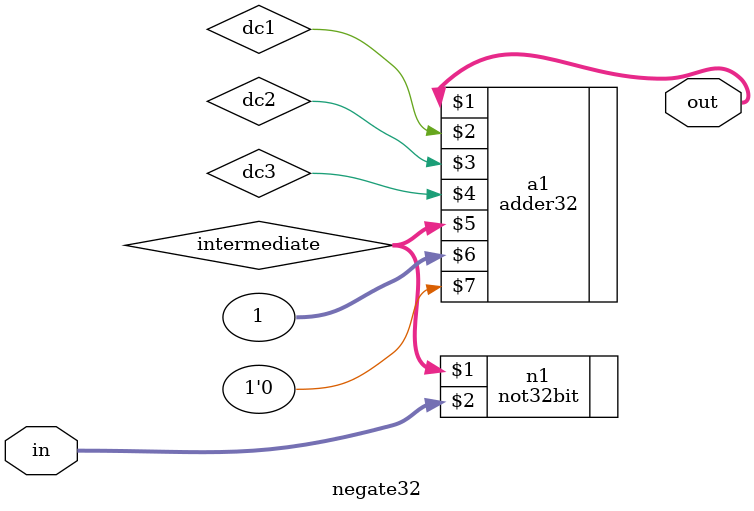
<source format=v>
module negate32(in, out);

input [31:0] in;
output [31:0] out; 

wire [31:0] intermediate; 
wire dc1, dc2, dc3, dc4;

not32bit n1(intermediate, in); 
adder32 a1(out, dc1, dc2, dc3, intermediate , 32'b1,1'b0); 

endmodule
</source>
